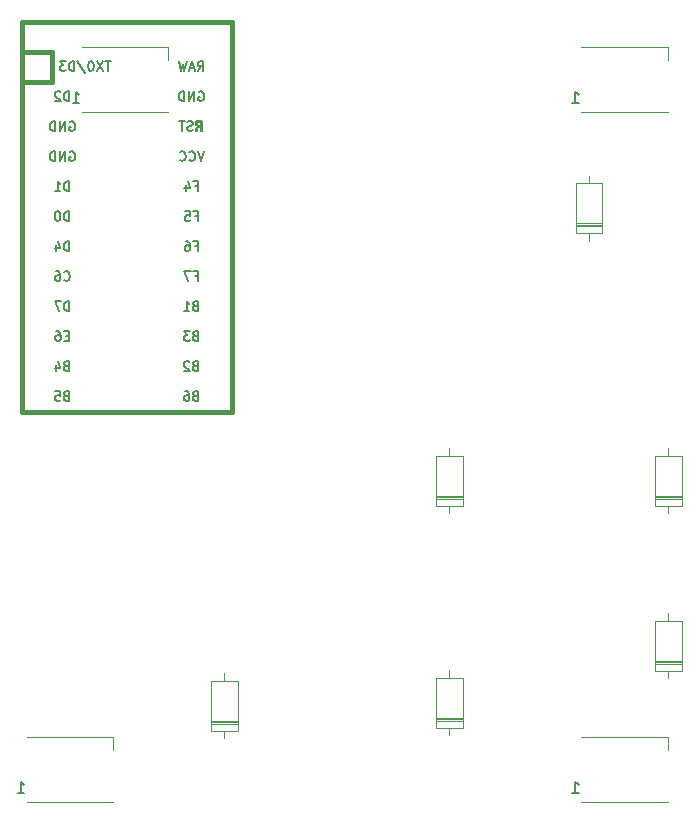
<source format=gbr>
%TF.GenerationSoftware,KiCad,Pcbnew,(5.1.12)-1*%
%TF.CreationDate,2021-11-30T17:32:03-06:00*%
%TF.ProjectId,Kinetic.Pad,4b696e65-7469-4632-9e50-61642e6b6963,rev?*%
%TF.SameCoordinates,Original*%
%TF.FileFunction,Legend,Bot*%
%TF.FilePolarity,Positive*%
%FSLAX46Y46*%
G04 Gerber Fmt 4.6, Leading zero omitted, Abs format (unit mm)*
G04 Created by KiCad (PCBNEW (5.1.12)-1) date 2021-11-30 17:32:03*
%MOMM*%
%LPD*%
G01*
G04 APERTURE LIST*
%ADD10C,0.381000*%
%ADD11C,0.150000*%
%ADD12C,0.120000*%
G04 APERTURE END LIST*
D10*
%TO.C,U1*%
X212090000Y-23749000D02*
X209550000Y-23749000D01*
X212090000Y-21209000D02*
X212090000Y-23749000D01*
D11*
G36*
X224484635Y-27498030D02*
G01*
X224484635Y-27598030D01*
X224584635Y-27598030D01*
X224584635Y-27498030D01*
X224484635Y-27498030D01*
G37*
X224484635Y-27498030D02*
X224484635Y-27598030D01*
X224584635Y-27598030D01*
X224584635Y-27498030D01*
X224484635Y-27498030D01*
G36*
X224684635Y-27098030D02*
G01*
X224684635Y-27898030D01*
X224784635Y-27898030D01*
X224784635Y-27098030D01*
X224684635Y-27098030D01*
G37*
X224684635Y-27098030D02*
X224684635Y-27898030D01*
X224784635Y-27898030D01*
X224784635Y-27098030D01*
X224684635Y-27098030D01*
G36*
X224284635Y-27698030D02*
G01*
X224284635Y-27898030D01*
X224384635Y-27898030D01*
X224384635Y-27698030D01*
X224284635Y-27698030D01*
G37*
X224284635Y-27698030D02*
X224284635Y-27898030D01*
X224384635Y-27898030D01*
X224384635Y-27698030D01*
X224284635Y-27698030D01*
G36*
X224284635Y-27098030D02*
G01*
X224284635Y-27398030D01*
X224384635Y-27398030D01*
X224384635Y-27098030D01*
X224284635Y-27098030D01*
G37*
X224284635Y-27098030D02*
X224284635Y-27398030D01*
X224384635Y-27398030D01*
X224384635Y-27098030D01*
X224284635Y-27098030D01*
G36*
X224284635Y-27098030D02*
G01*
X224284635Y-27198030D01*
X224784635Y-27198030D01*
X224784635Y-27098030D01*
X224284635Y-27098030D01*
G37*
X224284635Y-27098030D02*
X224284635Y-27198030D01*
X224784635Y-27198030D01*
X224784635Y-27098030D01*
X224284635Y-27098030D01*
D10*
X227330000Y-51689000D02*
X227330000Y-18669000D01*
X209550000Y-51689000D02*
X227330000Y-51689000D01*
X209550000Y-18669000D02*
X209550000Y-51689000D01*
X227330000Y-18669000D02*
X209550000Y-18669000D01*
X212090000Y-21209000D02*
X209550000Y-21209000D01*
D12*
%TO.C,*%
X209964000Y-84716000D02*
X217264000Y-84716000D01*
X209964000Y-79216000D02*
X217264000Y-79216000D01*
X217264000Y-79216000D02*
X217264000Y-80366000D01*
X265407000Y-73621000D02*
X263167000Y-73621000D01*
X263167000Y-73621000D02*
X263167000Y-69381000D01*
X263167000Y-69381000D02*
X265407000Y-69381000D01*
X265407000Y-69381000D02*
X265407000Y-73621000D01*
X264287000Y-74271000D02*
X264287000Y-73621000D01*
X264287000Y-68731000D02*
X264287000Y-69381000D01*
X265407000Y-72901000D02*
X263167000Y-72901000D01*
X265407000Y-72781000D02*
X263167000Y-72781000D01*
X265407000Y-73021000D02*
X263167000Y-73021000D01*
X265407000Y-59651000D02*
X263167000Y-59651000D01*
X263167000Y-59651000D02*
X263167000Y-55411000D01*
X263167000Y-55411000D02*
X265407000Y-55411000D01*
X265407000Y-55411000D02*
X265407000Y-59651000D01*
X264287000Y-60301000D02*
X264287000Y-59651000D01*
X264287000Y-54761000D02*
X264287000Y-55411000D01*
X265407000Y-58931000D02*
X263167000Y-58931000D01*
X265407000Y-58811000D02*
X263167000Y-58811000D01*
X265407000Y-59051000D02*
X263167000Y-59051000D01*
X258676000Y-36587800D02*
X256436000Y-36587800D01*
X256436000Y-36587800D02*
X256436000Y-32347800D01*
X256436000Y-32347800D02*
X258676000Y-32347800D01*
X258676000Y-32347800D02*
X258676000Y-36587800D01*
X257556000Y-37237800D02*
X257556000Y-36587800D01*
X257556000Y-31697800D02*
X257556000Y-32347800D01*
X258676000Y-35867800D02*
X256436000Y-35867800D01*
X258676000Y-35747800D02*
X256436000Y-35747800D01*
X258676000Y-35987800D02*
X256436000Y-35987800D01*
X246865000Y-78447000D02*
X244625000Y-78447000D01*
X244625000Y-78447000D02*
X244625000Y-74207000D01*
X244625000Y-74207000D02*
X246865000Y-74207000D01*
X246865000Y-74207000D02*
X246865000Y-78447000D01*
X245745000Y-79097000D02*
X245745000Y-78447000D01*
X245745000Y-73557000D02*
X245745000Y-74207000D01*
X246865000Y-77727000D02*
X244625000Y-77727000D01*
X246865000Y-77607000D02*
X244625000Y-77607000D01*
X246865000Y-77847000D02*
X244625000Y-77847000D01*
X246865000Y-59651000D02*
X244625000Y-59651000D01*
X244625000Y-59651000D02*
X244625000Y-55411000D01*
X244625000Y-55411000D02*
X246865000Y-55411000D01*
X246865000Y-55411000D02*
X246865000Y-59651000D01*
X245745000Y-60301000D02*
X245745000Y-59651000D01*
X245745000Y-54761000D02*
X245745000Y-55411000D01*
X246865000Y-58931000D02*
X244625000Y-58931000D01*
X246865000Y-58811000D02*
X244625000Y-58811000D01*
X246865000Y-59051000D02*
X244625000Y-59051000D01*
X256917000Y-84716000D02*
X264217000Y-84716000D01*
X256917000Y-79216000D02*
X264217000Y-79216000D01*
X264217000Y-79216000D02*
X264217000Y-80366000D01*
X227815000Y-78701000D02*
X225575000Y-78701000D01*
X225575000Y-78701000D02*
X225575000Y-74461000D01*
X225575000Y-74461000D02*
X227815000Y-74461000D01*
X227815000Y-74461000D02*
X227815000Y-78701000D01*
X226695000Y-79351000D02*
X226695000Y-78701000D01*
X226695000Y-73811000D02*
X226695000Y-74461000D01*
X227815000Y-77981000D02*
X225575000Y-77981000D01*
X227815000Y-77861000D02*
X225575000Y-77861000D01*
X227815000Y-78101000D02*
X225575000Y-78101000D01*
X256917000Y-26296000D02*
X264217000Y-26296000D01*
X256917000Y-20796000D02*
X264217000Y-20796000D01*
X264217000Y-20796000D02*
X264217000Y-21946000D01*
X214626000Y-26296000D02*
X221926000Y-26296000D01*
X214626000Y-20796000D02*
X221926000Y-20796000D01*
X221926000Y-20796000D02*
X221926000Y-21946000D01*
%TO.C,U1*%
D11*
X224013333Y-27862809D02*
X223899047Y-27900904D01*
X223708571Y-27900904D01*
X223632380Y-27862809D01*
X223594285Y-27824714D01*
X223556190Y-27748523D01*
X223556190Y-27672333D01*
X223594285Y-27596142D01*
X223632380Y-27558047D01*
X223708571Y-27519952D01*
X223860952Y-27481857D01*
X223937142Y-27443761D01*
X223975238Y-27405666D01*
X224013333Y-27329476D01*
X224013333Y-27253285D01*
X223975238Y-27177095D01*
X223937142Y-27139000D01*
X223860952Y-27100904D01*
X223670476Y-27100904D01*
X223556190Y-27139000D01*
X223327619Y-27100904D02*
X222870476Y-27100904D01*
X223099047Y-27900904D02*
X223099047Y-27100904D01*
X217058604Y-22040904D02*
X216601461Y-22040904D01*
X216830032Y-22840904D02*
X216830032Y-22040904D01*
X216410985Y-22040904D02*
X215877651Y-22840904D01*
X215877651Y-22040904D02*
X216410985Y-22840904D01*
X215420508Y-22040904D02*
X215344318Y-22040904D01*
X215268128Y-22079000D01*
X215230032Y-22117095D01*
X215191937Y-22193285D01*
X215153842Y-22345666D01*
X215153842Y-22536142D01*
X215191937Y-22688523D01*
X215230032Y-22764714D01*
X215268128Y-22802809D01*
X215344318Y-22840904D01*
X215420508Y-22840904D01*
X215496699Y-22802809D01*
X215534794Y-22764714D01*
X215572889Y-22688523D01*
X215610985Y-22536142D01*
X215610985Y-22345666D01*
X215572889Y-22193285D01*
X215534794Y-22117095D01*
X215496699Y-22079000D01*
X215420508Y-22040904D01*
X214239556Y-22002809D02*
X214925270Y-23031380D01*
X213972889Y-22840904D02*
X213972889Y-22040904D01*
X213782413Y-22040904D01*
X213668128Y-22079000D01*
X213591937Y-22155190D01*
X213553842Y-22231380D01*
X213515747Y-22383761D01*
X213515747Y-22498047D01*
X213553842Y-22650428D01*
X213591937Y-22726619D01*
X213668128Y-22802809D01*
X213782413Y-22840904D01*
X213972889Y-22840904D01*
X213249080Y-22040904D02*
X212753842Y-22040904D01*
X213020508Y-22345666D01*
X212906223Y-22345666D01*
X212830032Y-22383761D01*
X212791937Y-22421857D01*
X212753842Y-22498047D01*
X212753842Y-22688523D01*
X212791937Y-22764714D01*
X212830032Y-22802809D01*
X212906223Y-22840904D01*
X213134794Y-22840904D01*
X213210985Y-22802809D01*
X213249080Y-22764714D01*
X224224809Y-47821857D02*
X224110523Y-47859952D01*
X224072428Y-47898047D01*
X224034333Y-47974238D01*
X224034333Y-48088523D01*
X224072428Y-48164714D01*
X224110523Y-48202809D01*
X224186714Y-48240904D01*
X224491476Y-48240904D01*
X224491476Y-47440904D01*
X224224809Y-47440904D01*
X224148619Y-47479000D01*
X224110523Y-47517095D01*
X224072428Y-47593285D01*
X224072428Y-47669476D01*
X224110523Y-47745666D01*
X224148619Y-47783761D01*
X224224809Y-47821857D01*
X224491476Y-47821857D01*
X223729571Y-47517095D02*
X223691476Y-47479000D01*
X223615285Y-47440904D01*
X223424809Y-47440904D01*
X223348619Y-47479000D01*
X223310523Y-47517095D01*
X223272428Y-47593285D01*
X223272428Y-47669476D01*
X223310523Y-47783761D01*
X223767666Y-48240904D01*
X223272428Y-48240904D01*
X224167666Y-40201857D02*
X224434333Y-40201857D01*
X224434333Y-40620904D02*
X224434333Y-39820904D01*
X224053380Y-39820904D01*
X223824809Y-39820904D02*
X223291476Y-39820904D01*
X223634333Y-40620904D01*
X224167666Y-37661857D02*
X224434333Y-37661857D01*
X224434333Y-38080904D02*
X224434333Y-37280904D01*
X224053380Y-37280904D01*
X223405761Y-37280904D02*
X223558142Y-37280904D01*
X223634333Y-37319000D01*
X223672428Y-37357095D01*
X223748619Y-37471380D01*
X223786714Y-37623761D01*
X223786714Y-37928523D01*
X223748619Y-38004714D01*
X223710523Y-38042809D01*
X223634333Y-38080904D01*
X223481952Y-38080904D01*
X223405761Y-38042809D01*
X223367666Y-38004714D01*
X223329571Y-37928523D01*
X223329571Y-37738047D01*
X223367666Y-37661857D01*
X223405761Y-37623761D01*
X223481952Y-37585666D01*
X223634333Y-37585666D01*
X223710523Y-37623761D01*
X223748619Y-37661857D01*
X223786714Y-37738047D01*
X224167666Y-35121857D02*
X224434333Y-35121857D01*
X224434333Y-35540904D02*
X224434333Y-34740904D01*
X224053380Y-34740904D01*
X223367666Y-34740904D02*
X223748619Y-34740904D01*
X223786714Y-35121857D01*
X223748619Y-35083761D01*
X223672428Y-35045666D01*
X223481952Y-35045666D01*
X223405761Y-35083761D01*
X223367666Y-35121857D01*
X223329571Y-35198047D01*
X223329571Y-35388523D01*
X223367666Y-35464714D01*
X223405761Y-35502809D01*
X223481952Y-35540904D01*
X223672428Y-35540904D01*
X223748619Y-35502809D01*
X223786714Y-35464714D01*
X224453380Y-22840904D02*
X224720047Y-22459952D01*
X224910523Y-22840904D02*
X224910523Y-22040904D01*
X224605761Y-22040904D01*
X224529571Y-22079000D01*
X224491476Y-22117095D01*
X224453380Y-22193285D01*
X224453380Y-22307571D01*
X224491476Y-22383761D01*
X224529571Y-22421857D01*
X224605761Y-22459952D01*
X224910523Y-22459952D01*
X224148619Y-22612333D02*
X223767666Y-22612333D01*
X224224809Y-22840904D02*
X223958142Y-22040904D01*
X223691476Y-22840904D01*
X223501000Y-22040904D02*
X223310523Y-22840904D01*
X223158142Y-22269476D01*
X223005761Y-22840904D01*
X222815285Y-22040904D01*
X224510523Y-24619000D02*
X224586714Y-24580904D01*
X224701000Y-24580904D01*
X224815285Y-24619000D01*
X224891476Y-24695190D01*
X224929571Y-24771380D01*
X224967666Y-24923761D01*
X224967666Y-25038047D01*
X224929571Y-25190428D01*
X224891476Y-25266619D01*
X224815285Y-25342809D01*
X224701000Y-25380904D01*
X224624809Y-25380904D01*
X224510523Y-25342809D01*
X224472428Y-25304714D01*
X224472428Y-25038047D01*
X224624809Y-25038047D01*
X224129571Y-25380904D02*
X224129571Y-24580904D01*
X223672428Y-25380904D01*
X223672428Y-24580904D01*
X223291476Y-25380904D02*
X223291476Y-24580904D01*
X223101000Y-24580904D01*
X222986714Y-24619000D01*
X222910523Y-24695190D01*
X222872428Y-24771380D01*
X222834333Y-24923761D01*
X222834333Y-25038047D01*
X222872428Y-25190428D01*
X222910523Y-25266619D01*
X222986714Y-25342809D01*
X223101000Y-25380904D01*
X223291476Y-25380904D01*
X224967666Y-29660904D02*
X224701000Y-30460904D01*
X224434333Y-29660904D01*
X223710523Y-30384714D02*
X223748619Y-30422809D01*
X223862904Y-30460904D01*
X223939095Y-30460904D01*
X224053380Y-30422809D01*
X224129571Y-30346619D01*
X224167666Y-30270428D01*
X224205761Y-30118047D01*
X224205761Y-30003761D01*
X224167666Y-29851380D01*
X224129571Y-29775190D01*
X224053380Y-29699000D01*
X223939095Y-29660904D01*
X223862904Y-29660904D01*
X223748619Y-29699000D01*
X223710523Y-29737095D01*
X222910523Y-30384714D02*
X222948619Y-30422809D01*
X223062904Y-30460904D01*
X223139095Y-30460904D01*
X223253380Y-30422809D01*
X223329571Y-30346619D01*
X223367666Y-30270428D01*
X223405761Y-30118047D01*
X223405761Y-30003761D01*
X223367666Y-29851380D01*
X223329571Y-29775190D01*
X223253380Y-29699000D01*
X223139095Y-29660904D01*
X223062904Y-29660904D01*
X222948619Y-29699000D01*
X222910523Y-29737095D01*
X224167666Y-32581857D02*
X224434333Y-32581857D01*
X224434333Y-33000904D02*
X224434333Y-32200904D01*
X224053380Y-32200904D01*
X223405761Y-32467571D02*
X223405761Y-33000904D01*
X223596238Y-32162809D02*
X223786714Y-32734238D01*
X223291476Y-32734238D01*
X224224809Y-42741857D02*
X224110523Y-42779952D01*
X224072428Y-42818047D01*
X224034333Y-42894238D01*
X224034333Y-43008523D01*
X224072428Y-43084714D01*
X224110523Y-43122809D01*
X224186714Y-43160904D01*
X224491476Y-43160904D01*
X224491476Y-42360904D01*
X224224809Y-42360904D01*
X224148619Y-42399000D01*
X224110523Y-42437095D01*
X224072428Y-42513285D01*
X224072428Y-42589476D01*
X224110523Y-42665666D01*
X224148619Y-42703761D01*
X224224809Y-42741857D01*
X224491476Y-42741857D01*
X223272428Y-43160904D02*
X223729571Y-43160904D01*
X223501000Y-43160904D02*
X223501000Y-42360904D01*
X223577190Y-42475190D01*
X223653380Y-42551380D01*
X223729571Y-42589476D01*
X224224809Y-45281857D02*
X224110523Y-45319952D01*
X224072428Y-45358047D01*
X224034333Y-45434238D01*
X224034333Y-45548523D01*
X224072428Y-45624714D01*
X224110523Y-45662809D01*
X224186714Y-45700904D01*
X224491476Y-45700904D01*
X224491476Y-44900904D01*
X224224809Y-44900904D01*
X224148619Y-44939000D01*
X224110523Y-44977095D01*
X224072428Y-45053285D01*
X224072428Y-45129476D01*
X224110523Y-45205666D01*
X224148619Y-45243761D01*
X224224809Y-45281857D01*
X224491476Y-45281857D01*
X223767666Y-44900904D02*
X223272428Y-44900904D01*
X223539095Y-45205666D01*
X223424809Y-45205666D01*
X223348619Y-45243761D01*
X223310523Y-45281857D01*
X223272428Y-45358047D01*
X223272428Y-45548523D01*
X223310523Y-45624714D01*
X223348619Y-45662809D01*
X223424809Y-45700904D01*
X223653380Y-45700904D01*
X223729571Y-45662809D01*
X223767666Y-45624714D01*
X224224809Y-50361857D02*
X224110523Y-50399952D01*
X224072428Y-50438047D01*
X224034333Y-50514238D01*
X224034333Y-50628523D01*
X224072428Y-50704714D01*
X224110523Y-50742809D01*
X224186714Y-50780904D01*
X224491476Y-50780904D01*
X224491476Y-49980904D01*
X224224809Y-49980904D01*
X224148619Y-50019000D01*
X224110523Y-50057095D01*
X224072428Y-50133285D01*
X224072428Y-50209476D01*
X224110523Y-50285666D01*
X224148619Y-50323761D01*
X224224809Y-50361857D01*
X224491476Y-50361857D01*
X223348619Y-49980904D02*
X223501000Y-49980904D01*
X223577190Y-50019000D01*
X223615285Y-50057095D01*
X223691476Y-50171380D01*
X223729571Y-50323761D01*
X223729571Y-50628523D01*
X223691476Y-50704714D01*
X223653380Y-50742809D01*
X223577190Y-50780904D01*
X223424809Y-50780904D01*
X223348619Y-50742809D01*
X223310523Y-50704714D01*
X223272428Y-50628523D01*
X223272428Y-50438047D01*
X223310523Y-50361857D01*
X223348619Y-50323761D01*
X223424809Y-50285666D01*
X223577190Y-50285666D01*
X223653380Y-50323761D01*
X223691476Y-50361857D01*
X223729571Y-50438047D01*
X213302809Y-50361857D02*
X213188523Y-50399952D01*
X213150428Y-50438047D01*
X213112333Y-50514238D01*
X213112333Y-50628523D01*
X213150428Y-50704714D01*
X213188523Y-50742809D01*
X213264714Y-50780904D01*
X213569476Y-50780904D01*
X213569476Y-49980904D01*
X213302809Y-49980904D01*
X213226619Y-50019000D01*
X213188523Y-50057095D01*
X213150428Y-50133285D01*
X213150428Y-50209476D01*
X213188523Y-50285666D01*
X213226619Y-50323761D01*
X213302809Y-50361857D01*
X213569476Y-50361857D01*
X212388523Y-49980904D02*
X212769476Y-49980904D01*
X212807571Y-50361857D01*
X212769476Y-50323761D01*
X212693285Y-50285666D01*
X212502809Y-50285666D01*
X212426619Y-50323761D01*
X212388523Y-50361857D01*
X212350428Y-50438047D01*
X212350428Y-50628523D01*
X212388523Y-50704714D01*
X212426619Y-50742809D01*
X212502809Y-50780904D01*
X212693285Y-50780904D01*
X212769476Y-50742809D01*
X212807571Y-50704714D01*
X213302809Y-47821857D02*
X213188523Y-47859952D01*
X213150428Y-47898047D01*
X213112333Y-47974238D01*
X213112333Y-48088523D01*
X213150428Y-48164714D01*
X213188523Y-48202809D01*
X213264714Y-48240904D01*
X213569476Y-48240904D01*
X213569476Y-47440904D01*
X213302809Y-47440904D01*
X213226619Y-47479000D01*
X213188523Y-47517095D01*
X213150428Y-47593285D01*
X213150428Y-47669476D01*
X213188523Y-47745666D01*
X213226619Y-47783761D01*
X213302809Y-47821857D01*
X213569476Y-47821857D01*
X212426619Y-47707571D02*
X212426619Y-48240904D01*
X212617095Y-47402809D02*
X212807571Y-47974238D01*
X212312333Y-47974238D01*
X213531380Y-45281857D02*
X213264714Y-45281857D01*
X213150428Y-45700904D02*
X213531380Y-45700904D01*
X213531380Y-44900904D01*
X213150428Y-44900904D01*
X212464714Y-44900904D02*
X212617095Y-44900904D01*
X212693285Y-44939000D01*
X212731380Y-44977095D01*
X212807571Y-45091380D01*
X212845666Y-45243761D01*
X212845666Y-45548523D01*
X212807571Y-45624714D01*
X212769476Y-45662809D01*
X212693285Y-45700904D01*
X212540904Y-45700904D01*
X212464714Y-45662809D01*
X212426619Y-45624714D01*
X212388523Y-45548523D01*
X212388523Y-45358047D01*
X212426619Y-45281857D01*
X212464714Y-45243761D01*
X212540904Y-45205666D01*
X212693285Y-45205666D01*
X212769476Y-45243761D01*
X212807571Y-45281857D01*
X212845666Y-45358047D01*
X213569476Y-43160904D02*
X213569476Y-42360904D01*
X213379000Y-42360904D01*
X213264714Y-42399000D01*
X213188523Y-42475190D01*
X213150428Y-42551380D01*
X213112333Y-42703761D01*
X213112333Y-42818047D01*
X213150428Y-42970428D01*
X213188523Y-43046619D01*
X213264714Y-43122809D01*
X213379000Y-43160904D01*
X213569476Y-43160904D01*
X212845666Y-42360904D02*
X212312333Y-42360904D01*
X212655190Y-43160904D01*
X213112333Y-40544714D02*
X213150428Y-40582809D01*
X213264714Y-40620904D01*
X213340904Y-40620904D01*
X213455190Y-40582809D01*
X213531380Y-40506619D01*
X213569476Y-40430428D01*
X213607571Y-40278047D01*
X213607571Y-40163761D01*
X213569476Y-40011380D01*
X213531380Y-39935190D01*
X213455190Y-39859000D01*
X213340904Y-39820904D01*
X213264714Y-39820904D01*
X213150428Y-39859000D01*
X213112333Y-39897095D01*
X212426619Y-39820904D02*
X212579000Y-39820904D01*
X212655190Y-39859000D01*
X212693285Y-39897095D01*
X212769476Y-40011380D01*
X212807571Y-40163761D01*
X212807571Y-40468523D01*
X212769476Y-40544714D01*
X212731380Y-40582809D01*
X212655190Y-40620904D01*
X212502809Y-40620904D01*
X212426619Y-40582809D01*
X212388523Y-40544714D01*
X212350428Y-40468523D01*
X212350428Y-40278047D01*
X212388523Y-40201857D01*
X212426619Y-40163761D01*
X212502809Y-40125666D01*
X212655190Y-40125666D01*
X212731380Y-40163761D01*
X212769476Y-40201857D01*
X212807571Y-40278047D01*
X213569476Y-38080904D02*
X213569476Y-37280904D01*
X213379000Y-37280904D01*
X213264714Y-37319000D01*
X213188523Y-37395190D01*
X213150428Y-37471380D01*
X213112333Y-37623761D01*
X213112333Y-37738047D01*
X213150428Y-37890428D01*
X213188523Y-37966619D01*
X213264714Y-38042809D01*
X213379000Y-38080904D01*
X213569476Y-38080904D01*
X212426619Y-37547571D02*
X212426619Y-38080904D01*
X212617095Y-37242809D02*
X212807571Y-37814238D01*
X212312333Y-37814238D01*
X213588523Y-27159000D02*
X213664714Y-27120904D01*
X213779000Y-27120904D01*
X213893285Y-27159000D01*
X213969476Y-27235190D01*
X214007571Y-27311380D01*
X214045666Y-27463761D01*
X214045666Y-27578047D01*
X214007571Y-27730428D01*
X213969476Y-27806619D01*
X213893285Y-27882809D01*
X213779000Y-27920904D01*
X213702809Y-27920904D01*
X213588523Y-27882809D01*
X213550428Y-27844714D01*
X213550428Y-27578047D01*
X213702809Y-27578047D01*
X213207571Y-27920904D02*
X213207571Y-27120904D01*
X212750428Y-27920904D01*
X212750428Y-27120904D01*
X212369476Y-27920904D02*
X212369476Y-27120904D01*
X212179000Y-27120904D01*
X212064714Y-27159000D01*
X211988523Y-27235190D01*
X211950428Y-27311380D01*
X211912333Y-27463761D01*
X211912333Y-27578047D01*
X211950428Y-27730428D01*
X211988523Y-27806619D01*
X212064714Y-27882809D01*
X212179000Y-27920904D01*
X212369476Y-27920904D01*
X213588523Y-29699000D02*
X213664714Y-29660904D01*
X213779000Y-29660904D01*
X213893285Y-29699000D01*
X213969476Y-29775190D01*
X214007571Y-29851380D01*
X214045666Y-30003761D01*
X214045666Y-30118047D01*
X214007571Y-30270428D01*
X213969476Y-30346619D01*
X213893285Y-30422809D01*
X213779000Y-30460904D01*
X213702809Y-30460904D01*
X213588523Y-30422809D01*
X213550428Y-30384714D01*
X213550428Y-30118047D01*
X213702809Y-30118047D01*
X213207571Y-30460904D02*
X213207571Y-29660904D01*
X212750428Y-30460904D01*
X212750428Y-29660904D01*
X212369476Y-30460904D02*
X212369476Y-29660904D01*
X212179000Y-29660904D01*
X212064714Y-29699000D01*
X211988523Y-29775190D01*
X211950428Y-29851380D01*
X211912333Y-30003761D01*
X211912333Y-30118047D01*
X211950428Y-30270428D01*
X211988523Y-30346619D01*
X212064714Y-30422809D01*
X212179000Y-30460904D01*
X212369476Y-30460904D01*
X213569476Y-33000904D02*
X213569476Y-32200904D01*
X213379000Y-32200904D01*
X213264714Y-32239000D01*
X213188523Y-32315190D01*
X213150428Y-32391380D01*
X213112333Y-32543761D01*
X213112333Y-32658047D01*
X213150428Y-32810428D01*
X213188523Y-32886619D01*
X213264714Y-32962809D01*
X213379000Y-33000904D01*
X213569476Y-33000904D01*
X212350428Y-33000904D02*
X212807571Y-33000904D01*
X212579000Y-33000904D02*
X212579000Y-32200904D01*
X212655190Y-32315190D01*
X212731380Y-32391380D01*
X212807571Y-32429476D01*
X213569476Y-35540904D02*
X213569476Y-34740904D01*
X213379000Y-34740904D01*
X213264714Y-34779000D01*
X213188523Y-34855190D01*
X213150428Y-34931380D01*
X213112333Y-35083761D01*
X213112333Y-35198047D01*
X213150428Y-35350428D01*
X213188523Y-35426619D01*
X213264714Y-35502809D01*
X213379000Y-35540904D01*
X213569476Y-35540904D01*
X212617095Y-34740904D02*
X212540904Y-34740904D01*
X212464714Y-34779000D01*
X212426619Y-34817095D01*
X212388523Y-34893285D01*
X212350428Y-35045666D01*
X212350428Y-35236142D01*
X212388523Y-35388523D01*
X212426619Y-35464714D01*
X212464714Y-35502809D01*
X212540904Y-35540904D01*
X212617095Y-35540904D01*
X212693285Y-35502809D01*
X212731380Y-35464714D01*
X212769476Y-35388523D01*
X212807571Y-35236142D01*
X212807571Y-35045666D01*
X212769476Y-34893285D01*
X212731380Y-34817095D01*
X212693285Y-34779000D01*
X212617095Y-34740904D01*
X213569476Y-25380904D02*
X213569476Y-24580904D01*
X213379000Y-24580904D01*
X213264714Y-24619000D01*
X213188523Y-24695190D01*
X213150428Y-24771380D01*
X213112333Y-24923761D01*
X213112333Y-25038047D01*
X213150428Y-25190428D01*
X213188523Y-25266619D01*
X213264714Y-25342809D01*
X213379000Y-25380904D01*
X213569476Y-25380904D01*
X212807571Y-24657095D02*
X212769476Y-24619000D01*
X212693285Y-24580904D01*
X212502809Y-24580904D01*
X212426619Y-24619000D01*
X212388523Y-24657095D01*
X212350428Y-24733285D01*
X212350428Y-24809476D01*
X212388523Y-24923761D01*
X212845666Y-25380904D01*
X212350428Y-25380904D01*
%TO.C,*%
X209178285Y-84018380D02*
X209749714Y-84018380D01*
X209464000Y-84018380D02*
X209464000Y-83018380D01*
X209559238Y-83161238D01*
X209654476Y-83256476D01*
X209749714Y-83304095D01*
X256131285Y-84018380D02*
X256702714Y-84018380D01*
X256417000Y-84018380D02*
X256417000Y-83018380D01*
X256512238Y-83161238D01*
X256607476Y-83256476D01*
X256702714Y-83304095D01*
X256131285Y-25598380D02*
X256702714Y-25598380D01*
X256417000Y-25598380D02*
X256417000Y-24598380D01*
X256512238Y-24741238D01*
X256607476Y-24836476D01*
X256702714Y-24884095D01*
X213840285Y-25598380D02*
X214411714Y-25598380D01*
X214126000Y-25598380D02*
X214126000Y-24598380D01*
X214221238Y-24741238D01*
X214316476Y-24836476D01*
X214411714Y-24884095D01*
%TD*%
M02*

</source>
